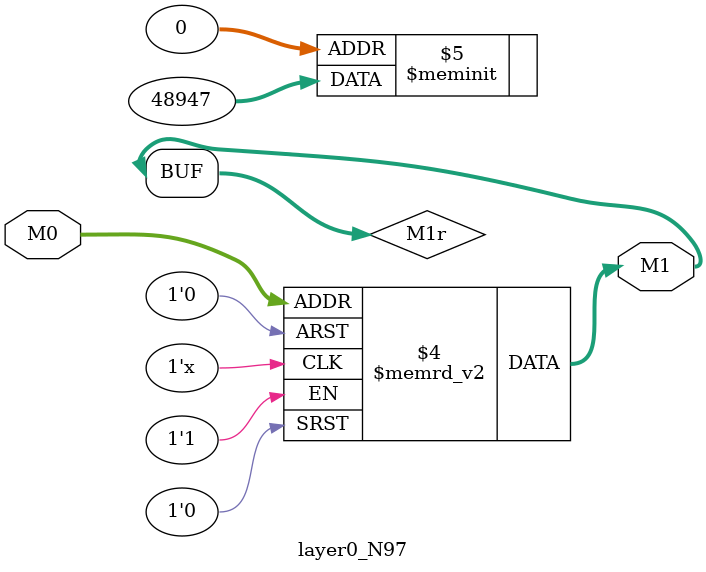
<source format=v>
module layer0_N97 ( input [3:0] M0, output [1:0] M1 );

	(*rom_style = "distributed" *) reg [1:0] M1r;
	assign M1 = M1r;
	always @ (M0) begin
		case (M0)
			4'b0000: M1r = 2'b11;
			4'b1000: M1r = 2'b00;
			4'b0100: M1r = 2'b11;
			4'b1100: M1r = 2'b00;
			4'b0010: M1r = 2'b11;
			4'b1010: M1r = 2'b00;
			4'b0110: M1r = 2'b11;
			4'b1110: M1r = 2'b00;
			4'b0001: M1r = 2'b00;
			4'b1001: M1r = 2'b00;
			4'b0101: M1r = 2'b11;
			4'b1101: M1r = 2'b00;
			4'b0011: M1r = 2'b00;
			4'b1011: M1r = 2'b00;
			4'b0111: M1r = 2'b10;
			4'b1111: M1r = 2'b00;

		endcase
	end
endmodule

</source>
